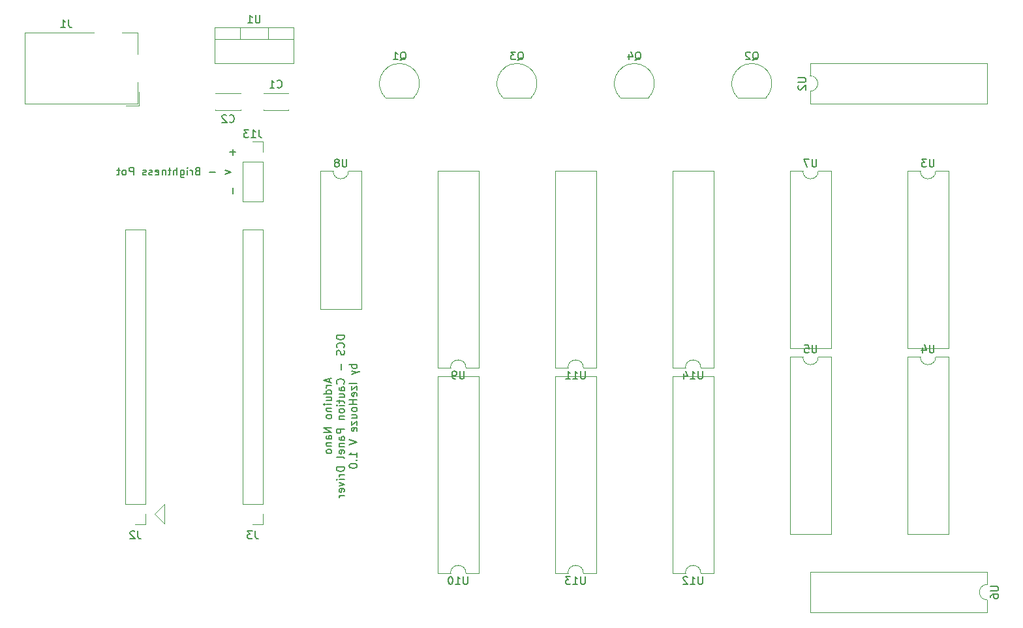
<source format=gbr>
G04 #@! TF.GenerationSoftware,KiCad,Pcbnew,(5.1.4)-1*
G04 #@! TF.CreationDate,2019-10-25T20:14:16-04:00*
G04 #@! TF.ProjectId,A-10C-CautionPanelNonMega,412d3130-432d-4436-9175-74696f6e5061,rev?*
G04 #@! TF.SameCoordinates,Original*
G04 #@! TF.FileFunction,Legend,Bot*
G04 #@! TF.FilePolarity,Positive*
%FSLAX46Y46*%
G04 Gerber Fmt 4.6, Leading zero omitted, Abs format (unit mm)*
G04 Created by KiCad (PCBNEW (5.1.4)-1) date 2019-10-25 20:14:16*
%MOMM*%
%LPD*%
G04 APERTURE LIST*
%ADD10C,0.120000*%
%ADD11C,0.150000*%
G04 APERTURE END LIST*
D10*
X66040000Y-114300000D02*
X64770000Y-113030000D01*
X66040000Y-114300000D02*
X66040000Y-111760000D01*
X64770000Y-113030000D02*
X66040000Y-111760000D01*
D11*
X74858571Y-71484761D02*
X74858571Y-70722857D01*
X74858571Y-66437142D02*
X74858571Y-65675238D01*
X74477619Y-66056190D02*
X75239523Y-66056190D01*
X87416666Y-95472857D02*
X87416666Y-95949047D01*
X87702380Y-95377619D02*
X86702380Y-95710952D01*
X87702380Y-96044285D01*
X87702380Y-96377619D02*
X87035714Y-96377619D01*
X87226190Y-96377619D02*
X87130952Y-96425238D01*
X87083333Y-96472857D01*
X87035714Y-96568095D01*
X87035714Y-96663333D01*
X87702380Y-97425238D02*
X86702380Y-97425238D01*
X87654761Y-97425238D02*
X87702380Y-97330000D01*
X87702380Y-97139523D01*
X87654761Y-97044285D01*
X87607142Y-96996666D01*
X87511904Y-96949047D01*
X87226190Y-96949047D01*
X87130952Y-96996666D01*
X87083333Y-97044285D01*
X87035714Y-97139523D01*
X87035714Y-97330000D01*
X87083333Y-97425238D01*
X87035714Y-98330000D02*
X87702380Y-98330000D01*
X87035714Y-97901428D02*
X87559523Y-97901428D01*
X87654761Y-97949047D01*
X87702380Y-98044285D01*
X87702380Y-98187142D01*
X87654761Y-98282380D01*
X87607142Y-98330000D01*
X87702380Y-98806190D02*
X87035714Y-98806190D01*
X86702380Y-98806190D02*
X86750000Y-98758571D01*
X86797619Y-98806190D01*
X86750000Y-98853809D01*
X86702380Y-98806190D01*
X86797619Y-98806190D01*
X87035714Y-99282380D02*
X87702380Y-99282380D01*
X87130952Y-99282380D02*
X87083333Y-99330000D01*
X87035714Y-99425238D01*
X87035714Y-99568095D01*
X87083333Y-99663333D01*
X87178571Y-99710952D01*
X87702380Y-99710952D01*
X87702380Y-100330000D02*
X87654761Y-100234761D01*
X87607142Y-100187142D01*
X87511904Y-100139523D01*
X87226190Y-100139523D01*
X87130952Y-100187142D01*
X87083333Y-100234761D01*
X87035714Y-100330000D01*
X87035714Y-100472857D01*
X87083333Y-100568095D01*
X87130952Y-100615714D01*
X87226190Y-100663333D01*
X87511904Y-100663333D01*
X87607142Y-100615714D01*
X87654761Y-100568095D01*
X87702380Y-100472857D01*
X87702380Y-100330000D01*
X87702380Y-101853809D02*
X86702380Y-101853809D01*
X87702380Y-102425238D01*
X86702380Y-102425238D01*
X87702380Y-103330000D02*
X87178571Y-103330000D01*
X87083333Y-103282380D01*
X87035714Y-103187142D01*
X87035714Y-102996666D01*
X87083333Y-102901428D01*
X87654761Y-103330000D02*
X87702380Y-103234761D01*
X87702380Y-102996666D01*
X87654761Y-102901428D01*
X87559523Y-102853809D01*
X87464285Y-102853809D01*
X87369047Y-102901428D01*
X87321428Y-102996666D01*
X87321428Y-103234761D01*
X87273809Y-103330000D01*
X87035714Y-103806190D02*
X87702380Y-103806190D01*
X87130952Y-103806190D02*
X87083333Y-103853809D01*
X87035714Y-103949047D01*
X87035714Y-104091904D01*
X87083333Y-104187142D01*
X87178571Y-104234761D01*
X87702380Y-104234761D01*
X87702380Y-104853809D02*
X87654761Y-104758571D01*
X87607142Y-104710952D01*
X87511904Y-104663333D01*
X87226190Y-104663333D01*
X87130952Y-104710952D01*
X87083333Y-104758571D01*
X87035714Y-104853809D01*
X87035714Y-104996666D01*
X87083333Y-105091904D01*
X87130952Y-105139523D01*
X87226190Y-105187142D01*
X87511904Y-105187142D01*
X87607142Y-105139523D01*
X87654761Y-105091904D01*
X87702380Y-104996666D01*
X87702380Y-104853809D01*
X89352380Y-89853809D02*
X88352380Y-89853809D01*
X88352380Y-90091904D01*
X88400000Y-90234761D01*
X88495238Y-90330000D01*
X88590476Y-90377619D01*
X88780952Y-90425238D01*
X88923809Y-90425238D01*
X89114285Y-90377619D01*
X89209523Y-90330000D01*
X89304761Y-90234761D01*
X89352380Y-90091904D01*
X89352380Y-89853809D01*
X89257142Y-91425238D02*
X89304761Y-91377619D01*
X89352380Y-91234761D01*
X89352380Y-91139523D01*
X89304761Y-90996666D01*
X89209523Y-90901428D01*
X89114285Y-90853809D01*
X88923809Y-90806190D01*
X88780952Y-90806190D01*
X88590476Y-90853809D01*
X88495238Y-90901428D01*
X88400000Y-90996666D01*
X88352380Y-91139523D01*
X88352380Y-91234761D01*
X88400000Y-91377619D01*
X88447619Y-91425238D01*
X89304761Y-91806190D02*
X89352380Y-91949047D01*
X89352380Y-92187142D01*
X89304761Y-92282380D01*
X89257142Y-92330000D01*
X89161904Y-92377619D01*
X89066666Y-92377619D01*
X88971428Y-92330000D01*
X88923809Y-92282380D01*
X88876190Y-92187142D01*
X88828571Y-91996666D01*
X88780952Y-91901428D01*
X88733333Y-91853809D01*
X88638095Y-91806190D01*
X88542857Y-91806190D01*
X88447619Y-91853809D01*
X88400000Y-91901428D01*
X88352380Y-91996666D01*
X88352380Y-92234761D01*
X88400000Y-92377619D01*
X88971428Y-93568095D02*
X88971428Y-94330000D01*
X89257142Y-96139523D02*
X89304761Y-96091904D01*
X89352380Y-95949047D01*
X89352380Y-95853809D01*
X89304761Y-95710952D01*
X89209523Y-95615714D01*
X89114285Y-95568095D01*
X88923809Y-95520476D01*
X88780952Y-95520476D01*
X88590476Y-95568095D01*
X88495238Y-95615714D01*
X88400000Y-95710952D01*
X88352380Y-95853809D01*
X88352380Y-95949047D01*
X88400000Y-96091904D01*
X88447619Y-96139523D01*
X89352380Y-96996666D02*
X88828571Y-96996666D01*
X88733333Y-96949047D01*
X88685714Y-96853809D01*
X88685714Y-96663333D01*
X88733333Y-96568095D01*
X89304761Y-96996666D02*
X89352380Y-96901428D01*
X89352380Y-96663333D01*
X89304761Y-96568095D01*
X89209523Y-96520476D01*
X89114285Y-96520476D01*
X89019047Y-96568095D01*
X88971428Y-96663333D01*
X88971428Y-96901428D01*
X88923809Y-96996666D01*
X88685714Y-97901428D02*
X89352380Y-97901428D01*
X88685714Y-97472857D02*
X89209523Y-97472857D01*
X89304761Y-97520476D01*
X89352380Y-97615714D01*
X89352380Y-97758571D01*
X89304761Y-97853809D01*
X89257142Y-97901428D01*
X88685714Y-98234761D02*
X88685714Y-98615714D01*
X88352380Y-98377619D02*
X89209523Y-98377619D01*
X89304761Y-98425238D01*
X89352380Y-98520476D01*
X89352380Y-98615714D01*
X89352380Y-98949047D02*
X88685714Y-98949047D01*
X88352380Y-98949047D02*
X88400000Y-98901428D01*
X88447619Y-98949047D01*
X88400000Y-98996666D01*
X88352380Y-98949047D01*
X88447619Y-98949047D01*
X89352380Y-99568095D02*
X89304761Y-99472857D01*
X89257142Y-99425238D01*
X89161904Y-99377619D01*
X88876190Y-99377619D01*
X88780952Y-99425238D01*
X88733333Y-99472857D01*
X88685714Y-99568095D01*
X88685714Y-99710952D01*
X88733333Y-99806190D01*
X88780952Y-99853809D01*
X88876190Y-99901428D01*
X89161904Y-99901428D01*
X89257142Y-99853809D01*
X89304761Y-99806190D01*
X89352380Y-99710952D01*
X89352380Y-99568095D01*
X88685714Y-100330000D02*
X89352380Y-100330000D01*
X88780952Y-100330000D02*
X88733333Y-100377619D01*
X88685714Y-100472857D01*
X88685714Y-100615714D01*
X88733333Y-100710952D01*
X88828571Y-100758571D01*
X89352380Y-100758571D01*
X89352380Y-101996666D02*
X88352380Y-101996666D01*
X88352380Y-102377619D01*
X88400000Y-102472857D01*
X88447619Y-102520476D01*
X88542857Y-102568095D01*
X88685714Y-102568095D01*
X88780952Y-102520476D01*
X88828571Y-102472857D01*
X88876190Y-102377619D01*
X88876190Y-101996666D01*
X89352380Y-103425238D02*
X88828571Y-103425238D01*
X88733333Y-103377619D01*
X88685714Y-103282380D01*
X88685714Y-103091904D01*
X88733333Y-102996666D01*
X89304761Y-103425238D02*
X89352380Y-103330000D01*
X89352380Y-103091904D01*
X89304761Y-102996666D01*
X89209523Y-102949047D01*
X89114285Y-102949047D01*
X89019047Y-102996666D01*
X88971428Y-103091904D01*
X88971428Y-103330000D01*
X88923809Y-103425238D01*
X88685714Y-103901428D02*
X89352380Y-103901428D01*
X88780952Y-103901428D02*
X88733333Y-103949047D01*
X88685714Y-104044285D01*
X88685714Y-104187142D01*
X88733333Y-104282380D01*
X88828571Y-104330000D01*
X89352380Y-104330000D01*
X89304761Y-105187142D02*
X89352380Y-105091904D01*
X89352380Y-104901428D01*
X89304761Y-104806190D01*
X89209523Y-104758571D01*
X88828571Y-104758571D01*
X88733333Y-104806190D01*
X88685714Y-104901428D01*
X88685714Y-105091904D01*
X88733333Y-105187142D01*
X88828571Y-105234761D01*
X88923809Y-105234761D01*
X89019047Y-104758571D01*
X89352380Y-105806190D02*
X89304761Y-105710952D01*
X89209523Y-105663333D01*
X88352380Y-105663333D01*
X89352380Y-106949047D02*
X88352380Y-106949047D01*
X88352380Y-107187142D01*
X88400000Y-107330000D01*
X88495238Y-107425238D01*
X88590476Y-107472857D01*
X88780952Y-107520476D01*
X88923809Y-107520476D01*
X89114285Y-107472857D01*
X89209523Y-107425238D01*
X89304761Y-107330000D01*
X89352380Y-107187142D01*
X89352380Y-106949047D01*
X89352380Y-107949047D02*
X88685714Y-107949047D01*
X88876190Y-107949047D02*
X88780952Y-107996666D01*
X88733333Y-108044285D01*
X88685714Y-108139523D01*
X88685714Y-108234761D01*
X89352380Y-108568095D02*
X88685714Y-108568095D01*
X88352380Y-108568095D02*
X88400000Y-108520476D01*
X88447619Y-108568095D01*
X88400000Y-108615714D01*
X88352380Y-108568095D01*
X88447619Y-108568095D01*
X88685714Y-108949047D02*
X89352380Y-109187142D01*
X88685714Y-109425238D01*
X89304761Y-110187142D02*
X89352380Y-110091904D01*
X89352380Y-109901428D01*
X89304761Y-109806190D01*
X89209523Y-109758571D01*
X88828571Y-109758571D01*
X88733333Y-109806190D01*
X88685714Y-109901428D01*
X88685714Y-110091904D01*
X88733333Y-110187142D01*
X88828571Y-110234761D01*
X88923809Y-110234761D01*
X89019047Y-109758571D01*
X89352380Y-110663333D02*
X88685714Y-110663333D01*
X88876190Y-110663333D02*
X88780952Y-110710952D01*
X88733333Y-110758571D01*
X88685714Y-110853809D01*
X88685714Y-110949047D01*
X91002380Y-93639523D02*
X90002380Y-93639523D01*
X90383333Y-93639523D02*
X90335714Y-93734761D01*
X90335714Y-93925238D01*
X90383333Y-94020476D01*
X90430952Y-94068095D01*
X90526190Y-94115714D01*
X90811904Y-94115714D01*
X90907142Y-94068095D01*
X90954761Y-94020476D01*
X91002380Y-93925238D01*
X91002380Y-93734761D01*
X90954761Y-93639523D01*
X90335714Y-94449047D02*
X91002380Y-94687142D01*
X90335714Y-94925238D02*
X91002380Y-94687142D01*
X91240476Y-94591904D01*
X91288095Y-94544285D01*
X91335714Y-94449047D01*
X91002380Y-96068095D02*
X90002380Y-96068095D01*
X90335714Y-96449047D02*
X90335714Y-96972857D01*
X91002380Y-96449047D01*
X91002380Y-96972857D01*
X90954761Y-97734761D02*
X91002380Y-97639523D01*
X91002380Y-97449047D01*
X90954761Y-97353809D01*
X90859523Y-97306190D01*
X90478571Y-97306190D01*
X90383333Y-97353809D01*
X90335714Y-97449047D01*
X90335714Y-97639523D01*
X90383333Y-97734761D01*
X90478571Y-97782380D01*
X90573809Y-97782380D01*
X90669047Y-97306190D01*
X91002380Y-98210952D02*
X90002380Y-98210952D01*
X90478571Y-98210952D02*
X90478571Y-98782380D01*
X91002380Y-98782380D02*
X90002380Y-98782380D01*
X91002380Y-99401428D02*
X90954761Y-99306190D01*
X90907142Y-99258571D01*
X90811904Y-99210952D01*
X90526190Y-99210952D01*
X90430952Y-99258571D01*
X90383333Y-99306190D01*
X90335714Y-99401428D01*
X90335714Y-99544285D01*
X90383333Y-99639523D01*
X90430952Y-99687142D01*
X90526190Y-99734761D01*
X90811904Y-99734761D01*
X90907142Y-99687142D01*
X90954761Y-99639523D01*
X91002380Y-99544285D01*
X91002380Y-99401428D01*
X90335714Y-100591904D02*
X91002380Y-100591904D01*
X90335714Y-100163333D02*
X90859523Y-100163333D01*
X90954761Y-100210952D01*
X91002380Y-100306190D01*
X91002380Y-100449047D01*
X90954761Y-100544285D01*
X90907142Y-100591904D01*
X90335714Y-100972857D02*
X90335714Y-101496666D01*
X91002380Y-100972857D01*
X91002380Y-101496666D01*
X90954761Y-102258571D02*
X91002380Y-102163333D01*
X91002380Y-101972857D01*
X90954761Y-101877619D01*
X90859523Y-101830000D01*
X90478571Y-101830000D01*
X90383333Y-101877619D01*
X90335714Y-101972857D01*
X90335714Y-102163333D01*
X90383333Y-102258571D01*
X90478571Y-102306190D01*
X90573809Y-102306190D01*
X90669047Y-101830000D01*
X90002380Y-103353809D02*
X91002380Y-103687142D01*
X90002380Y-104020476D01*
X91002380Y-105639523D02*
X91002380Y-105068095D01*
X91002380Y-105353809D02*
X90002380Y-105353809D01*
X90145238Y-105258571D01*
X90240476Y-105163333D01*
X90288095Y-105068095D01*
X90907142Y-106068095D02*
X90954761Y-106115714D01*
X91002380Y-106068095D01*
X90954761Y-106020476D01*
X90907142Y-106068095D01*
X91002380Y-106068095D01*
X90002380Y-106734761D02*
X90002380Y-106830000D01*
X90050000Y-106925238D01*
X90097619Y-106972857D01*
X90192857Y-107020476D01*
X90383333Y-107068095D01*
X90621428Y-107068095D01*
X90811904Y-107020476D01*
X90907142Y-106972857D01*
X90954761Y-106925238D01*
X91002380Y-106830000D01*
X91002380Y-106734761D01*
X90954761Y-106639523D01*
X90907142Y-106591904D01*
X90811904Y-106544285D01*
X90621428Y-106496666D01*
X90383333Y-106496666D01*
X90192857Y-106544285D01*
X90097619Y-106591904D01*
X90050000Y-106639523D01*
X90002380Y-106734761D01*
X73857619Y-68365714D02*
X74619523Y-68651428D01*
X73857619Y-68937142D01*
X72619523Y-68651428D02*
X71857619Y-68651428D01*
X70286190Y-68508571D02*
X70143333Y-68556190D01*
X70095714Y-68603809D01*
X70048095Y-68699047D01*
X70048095Y-68841904D01*
X70095714Y-68937142D01*
X70143333Y-68984761D01*
X70238571Y-69032380D01*
X70619523Y-69032380D01*
X70619523Y-68032380D01*
X70286190Y-68032380D01*
X70190952Y-68080000D01*
X70143333Y-68127619D01*
X70095714Y-68222857D01*
X70095714Y-68318095D01*
X70143333Y-68413333D01*
X70190952Y-68460952D01*
X70286190Y-68508571D01*
X70619523Y-68508571D01*
X69619523Y-69032380D02*
X69619523Y-68365714D01*
X69619523Y-68556190D02*
X69571904Y-68460952D01*
X69524285Y-68413333D01*
X69429047Y-68365714D01*
X69333809Y-68365714D01*
X69000476Y-69032380D02*
X69000476Y-68365714D01*
X69000476Y-68032380D02*
X69048095Y-68080000D01*
X69000476Y-68127619D01*
X68952857Y-68080000D01*
X69000476Y-68032380D01*
X69000476Y-68127619D01*
X68095714Y-68365714D02*
X68095714Y-69175238D01*
X68143333Y-69270476D01*
X68190952Y-69318095D01*
X68286190Y-69365714D01*
X68429047Y-69365714D01*
X68524285Y-69318095D01*
X68095714Y-68984761D02*
X68190952Y-69032380D01*
X68381428Y-69032380D01*
X68476666Y-68984761D01*
X68524285Y-68937142D01*
X68571904Y-68841904D01*
X68571904Y-68556190D01*
X68524285Y-68460952D01*
X68476666Y-68413333D01*
X68381428Y-68365714D01*
X68190952Y-68365714D01*
X68095714Y-68413333D01*
X67619523Y-69032380D02*
X67619523Y-68032380D01*
X67190952Y-69032380D02*
X67190952Y-68508571D01*
X67238571Y-68413333D01*
X67333809Y-68365714D01*
X67476666Y-68365714D01*
X67571904Y-68413333D01*
X67619523Y-68460952D01*
X66857619Y-68365714D02*
X66476666Y-68365714D01*
X66714761Y-68032380D02*
X66714761Y-68889523D01*
X66667142Y-68984761D01*
X66571904Y-69032380D01*
X66476666Y-69032380D01*
X66143333Y-68365714D02*
X66143333Y-69032380D01*
X66143333Y-68460952D02*
X66095714Y-68413333D01*
X66000476Y-68365714D01*
X65857619Y-68365714D01*
X65762380Y-68413333D01*
X65714761Y-68508571D01*
X65714761Y-69032380D01*
X64857619Y-68984761D02*
X64952857Y-69032380D01*
X65143333Y-69032380D01*
X65238571Y-68984761D01*
X65286190Y-68889523D01*
X65286190Y-68508571D01*
X65238571Y-68413333D01*
X65143333Y-68365714D01*
X64952857Y-68365714D01*
X64857619Y-68413333D01*
X64810000Y-68508571D01*
X64810000Y-68603809D01*
X65286190Y-68699047D01*
X64429047Y-68984761D02*
X64333809Y-69032380D01*
X64143333Y-69032380D01*
X64048095Y-68984761D01*
X64000476Y-68889523D01*
X64000476Y-68841904D01*
X64048095Y-68746666D01*
X64143333Y-68699047D01*
X64286190Y-68699047D01*
X64381428Y-68651428D01*
X64429047Y-68556190D01*
X64429047Y-68508571D01*
X64381428Y-68413333D01*
X64286190Y-68365714D01*
X64143333Y-68365714D01*
X64048095Y-68413333D01*
X63619523Y-68984761D02*
X63524285Y-69032380D01*
X63333809Y-69032380D01*
X63238571Y-68984761D01*
X63190952Y-68889523D01*
X63190952Y-68841904D01*
X63238571Y-68746666D01*
X63333809Y-68699047D01*
X63476666Y-68699047D01*
X63571904Y-68651428D01*
X63619523Y-68556190D01*
X63619523Y-68508571D01*
X63571904Y-68413333D01*
X63476666Y-68365714D01*
X63333809Y-68365714D01*
X63238571Y-68413333D01*
X62000476Y-69032380D02*
X62000476Y-68032380D01*
X61619523Y-68032380D01*
X61524285Y-68080000D01*
X61476666Y-68127619D01*
X61429047Y-68222857D01*
X61429047Y-68365714D01*
X61476666Y-68460952D01*
X61524285Y-68508571D01*
X61619523Y-68556190D01*
X62000476Y-68556190D01*
X60857619Y-69032380D02*
X60952857Y-68984761D01*
X61000476Y-68937142D01*
X61048095Y-68841904D01*
X61048095Y-68556190D01*
X61000476Y-68460952D01*
X60952857Y-68413333D01*
X60857619Y-68365714D01*
X60714761Y-68365714D01*
X60619523Y-68413333D01*
X60571904Y-68460952D01*
X60524285Y-68556190D01*
X60524285Y-68841904D01*
X60571904Y-68937142D01*
X60619523Y-68984761D01*
X60714761Y-69032380D01*
X60857619Y-69032380D01*
X60238571Y-68365714D02*
X59857619Y-68365714D01*
X60095714Y-68032380D02*
X60095714Y-68889523D01*
X60048095Y-68984761D01*
X59952857Y-69032380D01*
X59857619Y-69032380D01*
D10*
X82107200Y-58392200D02*
X78867200Y-58392200D01*
X82107200Y-60632200D02*
X78867200Y-60632200D01*
X82107200Y-58392200D02*
X82107200Y-58457200D01*
X82107200Y-60567200D02*
X82107200Y-60632200D01*
X78867200Y-58392200D02*
X78867200Y-58457200D01*
X78867200Y-60567200D02*
X78867200Y-60632200D01*
X75895000Y-58457200D02*
X75895000Y-58392200D01*
X75895000Y-60632200D02*
X75895000Y-60567200D01*
X72655000Y-58457200D02*
X72655000Y-58392200D01*
X72655000Y-60632200D02*
X72655000Y-60567200D01*
X72655000Y-58392200D02*
X75895000Y-58392200D01*
X72655000Y-60632200D02*
X75895000Y-60632200D01*
X56896600Y-50568800D02*
X47896600Y-50568800D01*
X47896600Y-50568800D02*
X47896600Y-59768800D01*
X47896600Y-59768800D02*
X62496600Y-59768800D01*
X62496600Y-59768800D02*
X62496600Y-56968800D01*
X62496600Y-53368800D02*
X62496600Y-50568800D01*
X62496600Y-50568800D02*
X60496600Y-50568800D01*
X60996600Y-60008800D02*
X62736600Y-60008800D01*
X62736600Y-60008800D02*
X62736600Y-58268800D01*
X82767800Y-49841400D02*
X72527800Y-49841400D01*
X82767800Y-54482400D02*
X72527800Y-54482400D01*
X82767800Y-49841400D02*
X82767800Y-54482400D01*
X72527800Y-49841400D02*
X72527800Y-54482400D01*
X82767800Y-51351400D02*
X72527800Y-51351400D01*
X79497800Y-49841400D02*
X79497800Y-51351400D01*
X75796800Y-49841400D02*
X75796800Y-51351400D01*
X98320000Y-59000000D02*
X94720000Y-59000000D01*
X98358478Y-58988478D02*
G75*
G03X96520000Y-54550000I-1838478J1838478D01*
G01*
X94681522Y-58988478D02*
G75*
G02X96520000Y-54550000I1838478J1838478D01*
G01*
X109921522Y-58988478D02*
G75*
G02X111760000Y-54550000I1838478J1838478D01*
G01*
X113598478Y-58988478D02*
G75*
G03X111760000Y-54550000I-1838478J1838478D01*
G01*
X113560000Y-59000000D02*
X109960000Y-59000000D01*
X144040000Y-59000000D02*
X140440000Y-59000000D01*
X144078478Y-58988478D02*
G75*
G03X142240000Y-54550000I-1838478J1838478D01*
G01*
X140401522Y-58988478D02*
G75*
G02X142240000Y-54550000I1838478J1838478D01*
G01*
X78800000Y-72450000D02*
X76140000Y-72450000D01*
X78800000Y-67310000D02*
X78800000Y-72450000D01*
X76140000Y-67310000D02*
X76140000Y-72450000D01*
X78800000Y-67310000D02*
X76140000Y-67310000D01*
X78800000Y-66040000D02*
X78800000Y-64710000D01*
X78800000Y-64710000D02*
X77470000Y-64710000D01*
X128800000Y-59000000D02*
X125200000Y-59000000D01*
X128838478Y-58988478D02*
G75*
G03X127000000Y-54550000I-1838478J1838478D01*
G01*
X125161522Y-58988478D02*
G75*
G02X127000000Y-54550000I1838478J1838478D01*
G01*
X149800000Y-58150000D02*
G75*
G03X149800000Y-56150000I0J1000000D01*
G01*
X149800000Y-56150000D02*
X149800000Y-54500000D01*
X149800000Y-54500000D02*
X172780000Y-54500000D01*
X172780000Y-54500000D02*
X172780000Y-59800000D01*
X172780000Y-59800000D02*
X149800000Y-59800000D01*
X149800000Y-59800000D02*
X149800000Y-58150000D01*
X162450000Y-68520000D02*
X164100000Y-68520000D01*
X162450000Y-91500000D02*
X162450000Y-68520000D01*
X167750000Y-91500000D02*
X162450000Y-91500000D01*
X167750000Y-68520000D02*
X167750000Y-91500000D01*
X166100000Y-68520000D02*
X167750000Y-68520000D01*
X164100000Y-68520000D02*
G75*
G03X166100000Y-68520000I1000000J0D01*
G01*
X162450000Y-92650000D02*
X164100000Y-92650000D01*
X162450000Y-115630000D02*
X162450000Y-92650000D01*
X167750000Y-115630000D02*
X162450000Y-115630000D01*
X167750000Y-92650000D02*
X167750000Y-115630000D01*
X166100000Y-92650000D02*
X167750000Y-92650000D01*
X164100000Y-92650000D02*
G75*
G03X166100000Y-92650000I1000000J0D01*
G01*
X148860000Y-92650000D02*
G75*
G03X150860000Y-92650000I1000000J0D01*
G01*
X150860000Y-92650000D02*
X152510000Y-92650000D01*
X152510000Y-92650000D02*
X152510000Y-115630000D01*
X152510000Y-115630000D02*
X147210000Y-115630000D01*
X147210000Y-115630000D02*
X147210000Y-92650000D01*
X147210000Y-92650000D02*
X148860000Y-92650000D01*
X172780000Y-120540000D02*
X172780000Y-122190000D01*
X149800000Y-120540000D02*
X172780000Y-120540000D01*
X149800000Y-125840000D02*
X149800000Y-120540000D01*
X172780000Y-125840000D02*
X149800000Y-125840000D01*
X172780000Y-124190000D02*
X172780000Y-125840000D01*
X172780000Y-122190000D02*
G75*
G03X172780000Y-124190000I0J-1000000D01*
G01*
X148860000Y-68520000D02*
G75*
G03X150860000Y-68520000I1000000J0D01*
G01*
X150860000Y-68520000D02*
X152510000Y-68520000D01*
X152510000Y-68520000D02*
X152510000Y-91500000D01*
X152510000Y-91500000D02*
X147210000Y-91500000D01*
X147210000Y-91500000D02*
X147210000Y-68520000D01*
X147210000Y-68520000D02*
X148860000Y-68520000D01*
X60900000Y-111760000D02*
X63560000Y-111760000D01*
X60900000Y-111760000D02*
X60900000Y-76140000D01*
X60900000Y-76140000D02*
X63560000Y-76140000D01*
X63560000Y-111760000D02*
X63560000Y-76140000D01*
X63560000Y-114360000D02*
X63560000Y-113030000D01*
X62230000Y-114360000D02*
X63560000Y-114360000D01*
X77470000Y-114360000D02*
X78800000Y-114360000D01*
X78800000Y-114360000D02*
X78800000Y-113030000D01*
X78800000Y-111760000D02*
X78800000Y-76140000D01*
X76140000Y-76140000D02*
X78800000Y-76140000D01*
X76140000Y-111760000D02*
X76140000Y-76140000D01*
X76140000Y-111760000D02*
X78800000Y-111760000D01*
X87900000Y-68520000D02*
G75*
G03X89900000Y-68520000I1000000J0D01*
G01*
X89900000Y-68520000D02*
X91550000Y-68520000D01*
X91550000Y-68520000D02*
X91550000Y-86420000D01*
X91550000Y-86420000D02*
X86250000Y-86420000D01*
X86250000Y-86420000D02*
X86250000Y-68520000D01*
X86250000Y-68520000D02*
X87900000Y-68520000D01*
X105140000Y-94040000D02*
G75*
G03X103140000Y-94040000I-1000000J0D01*
G01*
X103140000Y-94040000D02*
X101490000Y-94040000D01*
X101490000Y-94040000D02*
X101490000Y-68520000D01*
X101490000Y-68520000D02*
X106790000Y-68520000D01*
X106790000Y-68520000D02*
X106790000Y-94040000D01*
X106790000Y-94040000D02*
X105140000Y-94040000D01*
X106790000Y-120710000D02*
X105140000Y-120710000D01*
X106790000Y-95190000D02*
X106790000Y-120710000D01*
X101490000Y-95190000D02*
X106790000Y-95190000D01*
X101490000Y-120710000D02*
X101490000Y-95190000D01*
X103140000Y-120710000D02*
X101490000Y-120710000D01*
X105140000Y-120710000D02*
G75*
G03X103140000Y-120710000I-1000000J0D01*
G01*
X120380000Y-94040000D02*
G75*
G03X118380000Y-94040000I-1000000J0D01*
G01*
X118380000Y-94040000D02*
X116730000Y-94040000D01*
X116730000Y-94040000D02*
X116730000Y-68520000D01*
X116730000Y-68520000D02*
X122030000Y-68520000D01*
X122030000Y-68520000D02*
X122030000Y-94040000D01*
X122030000Y-94040000D02*
X120380000Y-94040000D01*
X137270000Y-120710000D02*
X135620000Y-120710000D01*
X137270000Y-95190000D02*
X137270000Y-120710000D01*
X131970000Y-95190000D02*
X137270000Y-95190000D01*
X131970000Y-120710000D02*
X131970000Y-95190000D01*
X133620000Y-120710000D02*
X131970000Y-120710000D01*
X135620000Y-120710000D02*
G75*
G03X133620000Y-120710000I-1000000J0D01*
G01*
X120380000Y-120710000D02*
G75*
G03X118380000Y-120710000I-1000000J0D01*
G01*
X118380000Y-120710000D02*
X116730000Y-120710000D01*
X116730000Y-120710000D02*
X116730000Y-95190000D01*
X116730000Y-95190000D02*
X122030000Y-95190000D01*
X122030000Y-95190000D02*
X122030000Y-120710000D01*
X122030000Y-120710000D02*
X120380000Y-120710000D01*
X137270000Y-94040000D02*
X135620000Y-94040000D01*
X137270000Y-68520000D02*
X137270000Y-94040000D01*
X131970000Y-68520000D02*
X137270000Y-68520000D01*
X131970000Y-94040000D02*
X131970000Y-68520000D01*
X133620000Y-94040000D02*
X131970000Y-94040000D01*
X135620000Y-94040000D02*
G75*
G03X133620000Y-94040000I-1000000J0D01*
G01*
D11*
X80653866Y-57619342D02*
X80701485Y-57666961D01*
X80844342Y-57714580D01*
X80939580Y-57714580D01*
X81082438Y-57666961D01*
X81177676Y-57571723D01*
X81225295Y-57476485D01*
X81272914Y-57286009D01*
X81272914Y-57143152D01*
X81225295Y-56952676D01*
X81177676Y-56857438D01*
X81082438Y-56762200D01*
X80939580Y-56714580D01*
X80844342Y-56714580D01*
X80701485Y-56762200D01*
X80653866Y-56809819D01*
X79701485Y-57714580D02*
X80272914Y-57714580D01*
X79987200Y-57714580D02*
X79987200Y-56714580D01*
X80082438Y-56857438D01*
X80177676Y-56952676D01*
X80272914Y-57000295D01*
X74441666Y-62119342D02*
X74489285Y-62166961D01*
X74632142Y-62214580D01*
X74727380Y-62214580D01*
X74870238Y-62166961D01*
X74965476Y-62071723D01*
X75013095Y-61976485D01*
X75060714Y-61786009D01*
X75060714Y-61643152D01*
X75013095Y-61452676D01*
X74965476Y-61357438D01*
X74870238Y-61262200D01*
X74727380Y-61214580D01*
X74632142Y-61214580D01*
X74489285Y-61262200D01*
X74441666Y-61309819D01*
X74060714Y-61309819D02*
X74013095Y-61262200D01*
X73917857Y-61214580D01*
X73679761Y-61214580D01*
X73584523Y-61262200D01*
X73536904Y-61309819D01*
X73489285Y-61405057D01*
X73489285Y-61500295D01*
X73536904Y-61643152D01*
X74108333Y-62214580D01*
X73489285Y-62214580D01*
X53579933Y-48871180D02*
X53579933Y-49585466D01*
X53627552Y-49728323D01*
X53722790Y-49823561D01*
X53865647Y-49871180D01*
X53960885Y-49871180D01*
X52579933Y-49871180D02*
X53151361Y-49871180D01*
X52865647Y-49871180D02*
X52865647Y-48871180D01*
X52960885Y-49014038D01*
X53056123Y-49109276D01*
X53151361Y-49156895D01*
X78409704Y-48293780D02*
X78409704Y-49103304D01*
X78362085Y-49198542D01*
X78314466Y-49246161D01*
X78219228Y-49293780D01*
X78028752Y-49293780D01*
X77933514Y-49246161D01*
X77885895Y-49198542D01*
X77838276Y-49103304D01*
X77838276Y-48293780D01*
X76838276Y-49293780D02*
X77409704Y-49293780D01*
X77123990Y-49293780D02*
X77123990Y-48293780D01*
X77219228Y-48436638D01*
X77314466Y-48531876D01*
X77409704Y-48579495D01*
X96615238Y-54137619D02*
X96710476Y-54090000D01*
X96805714Y-53994761D01*
X96948571Y-53851904D01*
X97043809Y-53804285D01*
X97139047Y-53804285D01*
X97091428Y-54042380D02*
X97186666Y-53994761D01*
X97281904Y-53899523D01*
X97329523Y-53709047D01*
X97329523Y-53375714D01*
X97281904Y-53185238D01*
X97186666Y-53090000D01*
X97091428Y-53042380D01*
X96900952Y-53042380D01*
X96805714Y-53090000D01*
X96710476Y-53185238D01*
X96662857Y-53375714D01*
X96662857Y-53709047D01*
X96710476Y-53899523D01*
X96805714Y-53994761D01*
X96900952Y-54042380D01*
X97091428Y-54042380D01*
X95710476Y-54042380D02*
X96281904Y-54042380D01*
X95996190Y-54042380D02*
X95996190Y-53042380D01*
X96091428Y-53185238D01*
X96186666Y-53280476D01*
X96281904Y-53328095D01*
X111855238Y-54137619D02*
X111950476Y-54090000D01*
X112045714Y-53994761D01*
X112188571Y-53851904D01*
X112283809Y-53804285D01*
X112379047Y-53804285D01*
X112331428Y-54042380D02*
X112426666Y-53994761D01*
X112521904Y-53899523D01*
X112569523Y-53709047D01*
X112569523Y-53375714D01*
X112521904Y-53185238D01*
X112426666Y-53090000D01*
X112331428Y-53042380D01*
X112140952Y-53042380D01*
X112045714Y-53090000D01*
X111950476Y-53185238D01*
X111902857Y-53375714D01*
X111902857Y-53709047D01*
X111950476Y-53899523D01*
X112045714Y-53994761D01*
X112140952Y-54042380D01*
X112331428Y-54042380D01*
X111569523Y-53042380D02*
X110950476Y-53042380D01*
X111283809Y-53423333D01*
X111140952Y-53423333D01*
X111045714Y-53470952D01*
X110998095Y-53518571D01*
X110950476Y-53613809D01*
X110950476Y-53851904D01*
X110998095Y-53947142D01*
X111045714Y-53994761D01*
X111140952Y-54042380D01*
X111426666Y-54042380D01*
X111521904Y-53994761D01*
X111569523Y-53947142D01*
X142335238Y-54137619D02*
X142430476Y-54090000D01*
X142525714Y-53994761D01*
X142668571Y-53851904D01*
X142763809Y-53804285D01*
X142859047Y-53804285D01*
X142811428Y-54042380D02*
X142906666Y-53994761D01*
X143001904Y-53899523D01*
X143049523Y-53709047D01*
X143049523Y-53375714D01*
X143001904Y-53185238D01*
X142906666Y-53090000D01*
X142811428Y-53042380D01*
X142620952Y-53042380D01*
X142525714Y-53090000D01*
X142430476Y-53185238D01*
X142382857Y-53375714D01*
X142382857Y-53709047D01*
X142430476Y-53899523D01*
X142525714Y-53994761D01*
X142620952Y-54042380D01*
X142811428Y-54042380D01*
X142001904Y-53137619D02*
X141954285Y-53090000D01*
X141859047Y-53042380D01*
X141620952Y-53042380D01*
X141525714Y-53090000D01*
X141478095Y-53137619D01*
X141430476Y-53232857D01*
X141430476Y-53328095D01*
X141478095Y-53470952D01*
X142049523Y-54042380D01*
X141430476Y-54042380D01*
X78279523Y-63162380D02*
X78279523Y-63876666D01*
X78327142Y-64019523D01*
X78422380Y-64114761D01*
X78565238Y-64162380D01*
X78660476Y-64162380D01*
X77279523Y-64162380D02*
X77850952Y-64162380D01*
X77565238Y-64162380D02*
X77565238Y-63162380D01*
X77660476Y-63305238D01*
X77755714Y-63400476D01*
X77850952Y-63448095D01*
X76946190Y-63162380D02*
X76327142Y-63162380D01*
X76660476Y-63543333D01*
X76517619Y-63543333D01*
X76422380Y-63590952D01*
X76374761Y-63638571D01*
X76327142Y-63733809D01*
X76327142Y-63971904D01*
X76374761Y-64067142D01*
X76422380Y-64114761D01*
X76517619Y-64162380D01*
X76803333Y-64162380D01*
X76898571Y-64114761D01*
X76946190Y-64067142D01*
X127095238Y-54137619D02*
X127190476Y-54090000D01*
X127285714Y-53994761D01*
X127428571Y-53851904D01*
X127523809Y-53804285D01*
X127619047Y-53804285D01*
X127571428Y-54042380D02*
X127666666Y-53994761D01*
X127761904Y-53899523D01*
X127809523Y-53709047D01*
X127809523Y-53375714D01*
X127761904Y-53185238D01*
X127666666Y-53090000D01*
X127571428Y-53042380D01*
X127380952Y-53042380D01*
X127285714Y-53090000D01*
X127190476Y-53185238D01*
X127142857Y-53375714D01*
X127142857Y-53709047D01*
X127190476Y-53899523D01*
X127285714Y-53994761D01*
X127380952Y-54042380D01*
X127571428Y-54042380D01*
X126285714Y-53375714D02*
X126285714Y-54042380D01*
X126523809Y-52994761D02*
X126761904Y-53709047D01*
X126142857Y-53709047D01*
X148252380Y-56388095D02*
X149061904Y-56388095D01*
X149157142Y-56435714D01*
X149204761Y-56483333D01*
X149252380Y-56578571D01*
X149252380Y-56769047D01*
X149204761Y-56864285D01*
X149157142Y-56911904D01*
X149061904Y-56959523D01*
X148252380Y-56959523D01*
X148347619Y-57388095D02*
X148300000Y-57435714D01*
X148252380Y-57530952D01*
X148252380Y-57769047D01*
X148300000Y-57864285D01*
X148347619Y-57911904D01*
X148442857Y-57959523D01*
X148538095Y-57959523D01*
X148680952Y-57911904D01*
X149252380Y-57340476D01*
X149252380Y-57959523D01*
X165861904Y-66972380D02*
X165861904Y-67781904D01*
X165814285Y-67877142D01*
X165766666Y-67924761D01*
X165671428Y-67972380D01*
X165480952Y-67972380D01*
X165385714Y-67924761D01*
X165338095Y-67877142D01*
X165290476Y-67781904D01*
X165290476Y-66972380D01*
X164909523Y-66972380D02*
X164290476Y-66972380D01*
X164623809Y-67353333D01*
X164480952Y-67353333D01*
X164385714Y-67400952D01*
X164338095Y-67448571D01*
X164290476Y-67543809D01*
X164290476Y-67781904D01*
X164338095Y-67877142D01*
X164385714Y-67924761D01*
X164480952Y-67972380D01*
X164766666Y-67972380D01*
X164861904Y-67924761D01*
X164909523Y-67877142D01*
X165861904Y-91102380D02*
X165861904Y-91911904D01*
X165814285Y-92007142D01*
X165766666Y-92054761D01*
X165671428Y-92102380D01*
X165480952Y-92102380D01*
X165385714Y-92054761D01*
X165338095Y-92007142D01*
X165290476Y-91911904D01*
X165290476Y-91102380D01*
X164385714Y-91435714D02*
X164385714Y-92102380D01*
X164623809Y-91054761D02*
X164861904Y-91769047D01*
X164242857Y-91769047D01*
X150621904Y-91102380D02*
X150621904Y-91911904D01*
X150574285Y-92007142D01*
X150526666Y-92054761D01*
X150431428Y-92102380D01*
X150240952Y-92102380D01*
X150145714Y-92054761D01*
X150098095Y-92007142D01*
X150050476Y-91911904D01*
X150050476Y-91102380D01*
X149098095Y-91102380D02*
X149574285Y-91102380D01*
X149621904Y-91578571D01*
X149574285Y-91530952D01*
X149479047Y-91483333D01*
X149240952Y-91483333D01*
X149145714Y-91530952D01*
X149098095Y-91578571D01*
X149050476Y-91673809D01*
X149050476Y-91911904D01*
X149098095Y-92007142D01*
X149145714Y-92054761D01*
X149240952Y-92102380D01*
X149479047Y-92102380D01*
X149574285Y-92054761D01*
X149621904Y-92007142D01*
X173232380Y-122428095D02*
X174041904Y-122428095D01*
X174137142Y-122475714D01*
X174184761Y-122523333D01*
X174232380Y-122618571D01*
X174232380Y-122809047D01*
X174184761Y-122904285D01*
X174137142Y-122951904D01*
X174041904Y-122999523D01*
X173232380Y-122999523D01*
X173232380Y-123904285D02*
X173232380Y-123713809D01*
X173280000Y-123618571D01*
X173327619Y-123570952D01*
X173470476Y-123475714D01*
X173660952Y-123428095D01*
X174041904Y-123428095D01*
X174137142Y-123475714D01*
X174184761Y-123523333D01*
X174232380Y-123618571D01*
X174232380Y-123809047D01*
X174184761Y-123904285D01*
X174137142Y-123951904D01*
X174041904Y-123999523D01*
X173803809Y-123999523D01*
X173708571Y-123951904D01*
X173660952Y-123904285D01*
X173613333Y-123809047D01*
X173613333Y-123618571D01*
X173660952Y-123523333D01*
X173708571Y-123475714D01*
X173803809Y-123428095D01*
X150621904Y-66972380D02*
X150621904Y-67781904D01*
X150574285Y-67877142D01*
X150526666Y-67924761D01*
X150431428Y-67972380D01*
X150240952Y-67972380D01*
X150145714Y-67924761D01*
X150098095Y-67877142D01*
X150050476Y-67781904D01*
X150050476Y-66972380D01*
X149669523Y-66972380D02*
X149002857Y-66972380D01*
X149431428Y-67972380D01*
X62563333Y-115252380D02*
X62563333Y-115966666D01*
X62610952Y-116109523D01*
X62706190Y-116204761D01*
X62849047Y-116252380D01*
X62944285Y-116252380D01*
X62134761Y-115347619D02*
X62087142Y-115300000D01*
X61991904Y-115252380D01*
X61753809Y-115252380D01*
X61658571Y-115300000D01*
X61610952Y-115347619D01*
X61563333Y-115442857D01*
X61563333Y-115538095D01*
X61610952Y-115680952D01*
X62182380Y-116252380D01*
X61563333Y-116252380D01*
X77803333Y-115252380D02*
X77803333Y-115966666D01*
X77850952Y-116109523D01*
X77946190Y-116204761D01*
X78089047Y-116252380D01*
X78184285Y-116252380D01*
X77422380Y-115252380D02*
X76803333Y-115252380D01*
X77136666Y-115633333D01*
X76993809Y-115633333D01*
X76898571Y-115680952D01*
X76850952Y-115728571D01*
X76803333Y-115823809D01*
X76803333Y-116061904D01*
X76850952Y-116157142D01*
X76898571Y-116204761D01*
X76993809Y-116252380D01*
X77279523Y-116252380D01*
X77374761Y-116204761D01*
X77422380Y-116157142D01*
X89661904Y-66972380D02*
X89661904Y-67781904D01*
X89614285Y-67877142D01*
X89566666Y-67924761D01*
X89471428Y-67972380D01*
X89280952Y-67972380D01*
X89185714Y-67924761D01*
X89138095Y-67877142D01*
X89090476Y-67781904D01*
X89090476Y-66972380D01*
X88471428Y-67400952D02*
X88566666Y-67353333D01*
X88614285Y-67305714D01*
X88661904Y-67210476D01*
X88661904Y-67162857D01*
X88614285Y-67067619D01*
X88566666Y-67020000D01*
X88471428Y-66972380D01*
X88280952Y-66972380D01*
X88185714Y-67020000D01*
X88138095Y-67067619D01*
X88090476Y-67162857D01*
X88090476Y-67210476D01*
X88138095Y-67305714D01*
X88185714Y-67353333D01*
X88280952Y-67400952D01*
X88471428Y-67400952D01*
X88566666Y-67448571D01*
X88614285Y-67496190D01*
X88661904Y-67591428D01*
X88661904Y-67781904D01*
X88614285Y-67877142D01*
X88566666Y-67924761D01*
X88471428Y-67972380D01*
X88280952Y-67972380D01*
X88185714Y-67924761D01*
X88138095Y-67877142D01*
X88090476Y-67781904D01*
X88090476Y-67591428D01*
X88138095Y-67496190D01*
X88185714Y-67448571D01*
X88280952Y-67400952D01*
X104901904Y-94492380D02*
X104901904Y-95301904D01*
X104854285Y-95397142D01*
X104806666Y-95444761D01*
X104711428Y-95492380D01*
X104520952Y-95492380D01*
X104425714Y-95444761D01*
X104378095Y-95397142D01*
X104330476Y-95301904D01*
X104330476Y-94492380D01*
X103806666Y-95492380D02*
X103616190Y-95492380D01*
X103520952Y-95444761D01*
X103473333Y-95397142D01*
X103378095Y-95254285D01*
X103330476Y-95063809D01*
X103330476Y-94682857D01*
X103378095Y-94587619D01*
X103425714Y-94540000D01*
X103520952Y-94492380D01*
X103711428Y-94492380D01*
X103806666Y-94540000D01*
X103854285Y-94587619D01*
X103901904Y-94682857D01*
X103901904Y-94920952D01*
X103854285Y-95016190D01*
X103806666Y-95063809D01*
X103711428Y-95111428D01*
X103520952Y-95111428D01*
X103425714Y-95063809D01*
X103378095Y-95016190D01*
X103330476Y-94920952D01*
X105378095Y-121162380D02*
X105378095Y-121971904D01*
X105330476Y-122067142D01*
X105282857Y-122114761D01*
X105187619Y-122162380D01*
X104997142Y-122162380D01*
X104901904Y-122114761D01*
X104854285Y-122067142D01*
X104806666Y-121971904D01*
X104806666Y-121162380D01*
X103806666Y-122162380D02*
X104378095Y-122162380D01*
X104092380Y-122162380D02*
X104092380Y-121162380D01*
X104187619Y-121305238D01*
X104282857Y-121400476D01*
X104378095Y-121448095D01*
X103187619Y-121162380D02*
X103092380Y-121162380D01*
X102997142Y-121210000D01*
X102949523Y-121257619D01*
X102901904Y-121352857D01*
X102854285Y-121543333D01*
X102854285Y-121781428D01*
X102901904Y-121971904D01*
X102949523Y-122067142D01*
X102997142Y-122114761D01*
X103092380Y-122162380D01*
X103187619Y-122162380D01*
X103282857Y-122114761D01*
X103330476Y-122067142D01*
X103378095Y-121971904D01*
X103425714Y-121781428D01*
X103425714Y-121543333D01*
X103378095Y-121352857D01*
X103330476Y-121257619D01*
X103282857Y-121210000D01*
X103187619Y-121162380D01*
X120618095Y-94492380D02*
X120618095Y-95301904D01*
X120570476Y-95397142D01*
X120522857Y-95444761D01*
X120427619Y-95492380D01*
X120237142Y-95492380D01*
X120141904Y-95444761D01*
X120094285Y-95397142D01*
X120046666Y-95301904D01*
X120046666Y-94492380D01*
X119046666Y-95492380D02*
X119618095Y-95492380D01*
X119332380Y-95492380D02*
X119332380Y-94492380D01*
X119427619Y-94635238D01*
X119522857Y-94730476D01*
X119618095Y-94778095D01*
X118094285Y-95492380D02*
X118665714Y-95492380D01*
X118380000Y-95492380D02*
X118380000Y-94492380D01*
X118475238Y-94635238D01*
X118570476Y-94730476D01*
X118665714Y-94778095D01*
X135858095Y-121162380D02*
X135858095Y-121971904D01*
X135810476Y-122067142D01*
X135762857Y-122114761D01*
X135667619Y-122162380D01*
X135477142Y-122162380D01*
X135381904Y-122114761D01*
X135334285Y-122067142D01*
X135286666Y-121971904D01*
X135286666Y-121162380D01*
X134286666Y-122162380D02*
X134858095Y-122162380D01*
X134572380Y-122162380D02*
X134572380Y-121162380D01*
X134667619Y-121305238D01*
X134762857Y-121400476D01*
X134858095Y-121448095D01*
X133905714Y-121257619D02*
X133858095Y-121210000D01*
X133762857Y-121162380D01*
X133524761Y-121162380D01*
X133429523Y-121210000D01*
X133381904Y-121257619D01*
X133334285Y-121352857D01*
X133334285Y-121448095D01*
X133381904Y-121590952D01*
X133953333Y-122162380D01*
X133334285Y-122162380D01*
X120618095Y-121162380D02*
X120618095Y-121971904D01*
X120570476Y-122067142D01*
X120522857Y-122114761D01*
X120427619Y-122162380D01*
X120237142Y-122162380D01*
X120141904Y-122114761D01*
X120094285Y-122067142D01*
X120046666Y-121971904D01*
X120046666Y-121162380D01*
X119046666Y-122162380D02*
X119618095Y-122162380D01*
X119332380Y-122162380D02*
X119332380Y-121162380D01*
X119427619Y-121305238D01*
X119522857Y-121400476D01*
X119618095Y-121448095D01*
X118713333Y-121162380D02*
X118094285Y-121162380D01*
X118427619Y-121543333D01*
X118284761Y-121543333D01*
X118189523Y-121590952D01*
X118141904Y-121638571D01*
X118094285Y-121733809D01*
X118094285Y-121971904D01*
X118141904Y-122067142D01*
X118189523Y-122114761D01*
X118284761Y-122162380D01*
X118570476Y-122162380D01*
X118665714Y-122114761D01*
X118713333Y-122067142D01*
X135858095Y-94492380D02*
X135858095Y-95301904D01*
X135810476Y-95397142D01*
X135762857Y-95444761D01*
X135667619Y-95492380D01*
X135477142Y-95492380D01*
X135381904Y-95444761D01*
X135334285Y-95397142D01*
X135286666Y-95301904D01*
X135286666Y-94492380D01*
X134286666Y-95492380D02*
X134858095Y-95492380D01*
X134572380Y-95492380D02*
X134572380Y-94492380D01*
X134667619Y-94635238D01*
X134762857Y-94730476D01*
X134858095Y-94778095D01*
X133429523Y-94825714D02*
X133429523Y-95492380D01*
X133667619Y-94444761D02*
X133905714Y-95159047D01*
X133286666Y-95159047D01*
M02*

</source>
